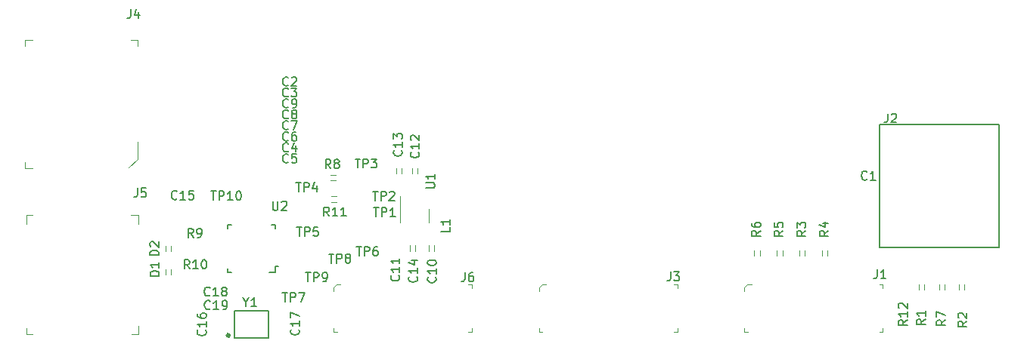
<source format=gbr>
G04 #@! TF.GenerationSoftware,KiCad,Pcbnew,5.0.2+dfsg1-1*
G04 #@! TF.CreationDate,2019-09-16T14:47:23+01:00*
G04 #@! TF.ProjectId,HDMI_SD_expansion,48444d49-5f53-4445-9f65-7870616e7369,rev?*
G04 #@! TF.SameCoordinates,Original*
G04 #@! TF.FileFunction,Legend,Top*
G04 #@! TF.FilePolarity,Positive*
%FSLAX46Y46*%
G04 Gerber Fmt 4.6, Leading zero omitted, Abs format (unit mm)*
G04 Created by KiCad (PCBNEW 5.0.2+dfsg1-1) date Mon 16 Sep 2019 14:47:23 BST*
%MOMM*%
%LPD*%
G01*
G04 APERTURE LIST*
%ADD10C,0.100000*%
%ADD11C,0.120000*%
%ADD12C,0.400000*%
%ADD13C,0.150000*%
G04 APERTURE END LIST*
D10*
G04 #@! TO.C,J5*
X104376500Y-121170000D02*
X103651500Y-121170000D01*
X104376500Y-120220000D02*
X104376500Y-121170000D01*
X104376500Y-107820000D02*
X103576500Y-107820000D01*
X104376500Y-108845000D02*
X104376500Y-107820000D01*
X91896500Y-121170000D02*
X91896500Y-120470000D01*
X92546500Y-121170000D02*
X91896500Y-121170000D01*
X91896500Y-107820000D02*
X92571500Y-107820000D01*
X91896500Y-108795000D02*
X91896500Y-107820000D01*
D11*
G04 #@! TO.C,C14*
X135381991Y-111217709D02*
X135381991Y-111817709D01*
X134781991Y-111217709D02*
X134781991Y-111817709D01*
D10*
G04 #@! TO.C,J4*
X104289241Y-88148709D02*
X104289241Y-88848709D01*
X103539241Y-88148709D02*
X104289241Y-88148709D01*
X104289241Y-101498709D02*
X103339241Y-102448709D01*
X104289241Y-99598709D02*
X104289241Y-101498709D01*
X91689241Y-88148709D02*
X92539241Y-88148709D01*
X91689241Y-88848709D02*
X91689241Y-88148709D01*
X91689241Y-102548709D02*
X91689241Y-101848709D01*
X92539241Y-102548709D02*
X91689241Y-102548709D01*
G04 #@! TO.C,J3*
X149601241Y-115578709D02*
X149241241Y-115938709D01*
X164751241Y-120878709D02*
X164351241Y-120878709D01*
X164751241Y-120878709D02*
X164751241Y-120478709D01*
X164751241Y-115578709D02*
X164751241Y-115978709D01*
X164751241Y-115578709D02*
X164351241Y-115578709D01*
X149601241Y-115578709D02*
X150051241Y-115578709D01*
X149241241Y-115938709D02*
X149241241Y-116368709D01*
X149251241Y-120878709D02*
X149651241Y-120878709D01*
X149251241Y-120878709D02*
X149251241Y-120478709D01*
G04 #@! TO.C,J1*
X172251241Y-120878709D02*
X172251241Y-120478709D01*
X172251241Y-120878709D02*
X172651241Y-120878709D01*
X172241241Y-115938709D02*
X172241241Y-116368709D01*
X172601241Y-115578709D02*
X173051241Y-115578709D01*
X187751241Y-115578709D02*
X187351241Y-115578709D01*
X187751241Y-115578709D02*
X187751241Y-115978709D01*
X187751241Y-120878709D02*
X187751241Y-120478709D01*
X187751241Y-120878709D02*
X187351241Y-120878709D01*
X172601241Y-115578709D02*
X172241241Y-115938709D01*
G04 #@! TO.C,J6*
X126601241Y-115578709D02*
X126241241Y-115938709D01*
X141751241Y-120878709D02*
X141351241Y-120878709D01*
X141751241Y-120878709D02*
X141751241Y-120478709D01*
X141751241Y-115578709D02*
X141751241Y-115978709D01*
X141751241Y-115578709D02*
X141351241Y-115578709D01*
X126601241Y-115578709D02*
X127051241Y-115578709D01*
X126241241Y-115938709D02*
X126241241Y-116368709D01*
X126251241Y-120878709D02*
X126651241Y-120878709D01*
X126251241Y-120878709D02*
X126251241Y-120478709D01*
D11*
G04 #@! TO.C,D2*
X107438241Y-111281209D02*
X107438241Y-111881209D01*
X108038241Y-111281209D02*
X108038241Y-111881209D01*
G04 #@! TO.C,D1*
X107428000Y-114461500D02*
X107428000Y-113861500D01*
X108028000Y-114461500D02*
X108028000Y-113861500D01*
G04 #@! TO.C,C10*
X137502241Y-111217709D02*
X137502241Y-111817709D01*
X136902241Y-111217709D02*
X136902241Y-111817709D01*
G04 #@! TO.C,C12*
X135053241Y-103178709D02*
X135053241Y-102578709D01*
X135653241Y-103178709D02*
X135653241Y-102578709D01*
G04 #@! TO.C,C13*
X133233241Y-103178709D02*
X133233241Y-102578709D01*
X133833241Y-103178709D02*
X133833241Y-102578709D01*
G04 #@! TO.C,R8*
X125911241Y-103280209D02*
X126511241Y-103280209D01*
X125911241Y-103880209D02*
X126511241Y-103880209D01*
G04 #@! TO.C,R11*
X126628241Y-106319209D02*
X126028241Y-106319209D01*
X126628241Y-105719209D02*
X126028241Y-105719209D01*
D12*
G04 #@! TO.C,Y1*
X114563741Y-121308709D02*
G75*
G03X114563741Y-121308709I-100000J0D01*
G01*
D13*
X118963741Y-121608709D02*
X115163741Y-121608709D01*
X118963741Y-118508709D02*
X118963741Y-121608709D01*
X115163741Y-118508709D02*
X118963741Y-118508709D01*
X115163741Y-121608709D02*
X115163741Y-118508709D01*
G04 #@! TO.C,U2*
X114391241Y-108918709D02*
X114391241Y-109318709D01*
X114791241Y-108918709D02*
X114391241Y-108918709D01*
X119691241Y-108918709D02*
X119691241Y-109318709D01*
X119291241Y-108918709D02*
X119691241Y-108918709D01*
X114391241Y-114218709D02*
X114391241Y-113818709D01*
X114791241Y-114218709D02*
X114391241Y-114218709D01*
X119691241Y-113568709D02*
X120091241Y-113568709D01*
X119691241Y-114218709D02*
X119691241Y-113568709D01*
X119041241Y-114218709D02*
X119691241Y-114218709D01*
D11*
G04 #@! TO.C,U1*
X133693241Y-105648709D02*
X133693241Y-108648709D01*
X136913241Y-107148709D02*
X136913241Y-108648709D01*
G04 #@! TO.C,R7*
X194624575Y-115582012D02*
X194624575Y-116182012D01*
X194024575Y-115582012D02*
X194024575Y-116182012D01*
G04 #@! TO.C,R6*
X173961031Y-111778709D02*
X173961031Y-112378709D01*
X173361031Y-111778709D02*
X173361031Y-112378709D01*
G04 #@! TO.C,R5*
X176497769Y-111778709D02*
X176497769Y-112378709D01*
X175897769Y-111778709D02*
X175897769Y-112378709D01*
G04 #@! TO.C,R4*
X181571241Y-111778709D02*
X181571241Y-112378709D01*
X180971241Y-111778709D02*
X180971241Y-112378709D01*
G04 #@! TO.C,R3*
X179034505Y-111778709D02*
X179034505Y-112378709D01*
X178434505Y-111778709D02*
X178434505Y-112378709D01*
G04 #@! TO.C,R2*
X196871241Y-115582012D02*
X196871241Y-116182012D01*
X196271241Y-115582012D02*
X196271241Y-116182012D01*
G04 #@! TO.C,R1*
X192377909Y-115582012D02*
X192377909Y-116182012D01*
X191777909Y-115582012D02*
X191777909Y-116182012D01*
D13*
G04 #@! TO.C,J2*
X187371241Y-111403709D02*
X200731241Y-111403709D01*
X187371241Y-97663709D02*
X187371241Y-111403709D01*
X200731241Y-97663709D02*
X187371241Y-97663709D01*
X200731241Y-111403709D02*
X200731241Y-97663709D01*
G04 #@! TO.C,J5*
X104283166Y-104787380D02*
X104283166Y-105501666D01*
X104235547Y-105644523D01*
X104140309Y-105739761D01*
X103997452Y-105787380D01*
X103902214Y-105787380D01*
X105235547Y-104787380D02*
X104759357Y-104787380D01*
X104711738Y-105263571D01*
X104759357Y-105215952D01*
X104854595Y-105168333D01*
X105092690Y-105168333D01*
X105187928Y-105215952D01*
X105235547Y-105263571D01*
X105283166Y-105358809D01*
X105283166Y-105596904D01*
X105235547Y-105692142D01*
X105187928Y-105739761D01*
X105092690Y-105787380D01*
X104854595Y-105787380D01*
X104759357Y-105739761D01*
X104711738Y-105692142D01*
G04 #@! TO.C,C14*
X135559642Y-114709857D02*
X135607261Y-114757476D01*
X135654880Y-114900333D01*
X135654880Y-114995571D01*
X135607261Y-115138428D01*
X135512023Y-115233666D01*
X135416785Y-115281285D01*
X135226309Y-115328904D01*
X135083452Y-115328904D01*
X134892976Y-115281285D01*
X134797738Y-115233666D01*
X134702500Y-115138428D01*
X134654880Y-114995571D01*
X134654880Y-114900333D01*
X134702500Y-114757476D01*
X134750119Y-114709857D01*
X135654880Y-113757476D02*
X135654880Y-114328904D01*
X135654880Y-114043190D02*
X134654880Y-114043190D01*
X134797738Y-114138428D01*
X134892976Y-114233666D01*
X134940595Y-114328904D01*
X134988214Y-112900333D02*
X135654880Y-112900333D01*
X134607261Y-113138428D02*
X135321547Y-113376523D01*
X135321547Y-112757476D01*
G04 #@! TO.C,J4*
X103521166Y-84721380D02*
X103521166Y-85435666D01*
X103473547Y-85578523D01*
X103378309Y-85673761D01*
X103235452Y-85721380D01*
X103140214Y-85721380D01*
X104425928Y-85054714D02*
X104425928Y-85721380D01*
X104187833Y-84673761D02*
X103949738Y-85388047D01*
X104568785Y-85388047D01*
G04 #@! TO.C,J3*
X163973166Y-114185380D02*
X163973166Y-114899666D01*
X163925547Y-115042523D01*
X163830309Y-115137761D01*
X163687452Y-115185380D01*
X163592214Y-115185380D01*
X164354119Y-114185380D02*
X164973166Y-114185380D01*
X164639833Y-114566333D01*
X164782690Y-114566333D01*
X164877928Y-114613952D01*
X164925547Y-114661571D01*
X164973166Y-114756809D01*
X164973166Y-114994904D01*
X164925547Y-115090142D01*
X164877928Y-115137761D01*
X164782690Y-115185380D01*
X164496976Y-115185380D01*
X164401738Y-115137761D01*
X164354119Y-115090142D01*
G04 #@! TO.C,J1*
X187087166Y-113931380D02*
X187087166Y-114645666D01*
X187039547Y-114788523D01*
X186944309Y-114883761D01*
X186801452Y-114931380D01*
X186706214Y-114931380D01*
X188087166Y-114931380D02*
X187515738Y-114931380D01*
X187801452Y-114931380D02*
X187801452Y-113931380D01*
X187706214Y-114074238D01*
X187610976Y-114169476D01*
X187515738Y-114217095D01*
G04 #@! TO.C,J6*
X140949166Y-114259380D02*
X140949166Y-114973666D01*
X140901547Y-115116523D01*
X140806309Y-115211761D01*
X140663452Y-115259380D01*
X140568214Y-115259380D01*
X141853928Y-114259380D02*
X141663452Y-114259380D01*
X141568214Y-114307000D01*
X141520595Y-114354619D01*
X141425357Y-114497476D01*
X141377738Y-114687952D01*
X141377738Y-115068904D01*
X141425357Y-115164142D01*
X141472976Y-115211761D01*
X141568214Y-115259380D01*
X141758690Y-115259380D01*
X141853928Y-115211761D01*
X141901547Y-115164142D01*
X141949166Y-115068904D01*
X141949166Y-114830809D01*
X141901547Y-114735571D01*
X141853928Y-114687952D01*
X141758690Y-114640333D01*
X141568214Y-114640333D01*
X141472976Y-114687952D01*
X141425357Y-114735571D01*
X141377738Y-114830809D01*
G04 #@! TO.C,D2*
X106694880Y-112305095D02*
X105694880Y-112305095D01*
X105694880Y-112067000D01*
X105742500Y-111924142D01*
X105837738Y-111828904D01*
X105932976Y-111781285D01*
X106123452Y-111733666D01*
X106266309Y-111733666D01*
X106456785Y-111781285D01*
X106552023Y-111828904D01*
X106647261Y-111924142D01*
X106694880Y-112067000D01*
X106694880Y-112305095D01*
X105790119Y-111352714D02*
X105742500Y-111305095D01*
X105694880Y-111209857D01*
X105694880Y-110971761D01*
X105742500Y-110876523D01*
X105790119Y-110828904D01*
X105885357Y-110781285D01*
X105980595Y-110781285D01*
X106123452Y-110828904D01*
X106694880Y-111400333D01*
X106694880Y-110781285D01*
G04 #@! TO.C,D1*
X106730380Y-114649595D02*
X105730380Y-114649595D01*
X105730380Y-114411500D01*
X105778000Y-114268642D01*
X105873238Y-114173404D01*
X105968476Y-114125785D01*
X106158952Y-114078166D01*
X106301809Y-114078166D01*
X106492285Y-114125785D01*
X106587523Y-114173404D01*
X106682761Y-114268642D01*
X106730380Y-114411500D01*
X106730380Y-114649595D01*
X106730380Y-113125785D02*
X106730380Y-113697214D01*
X106730380Y-113411500D02*
X105730380Y-113411500D01*
X105873238Y-113506738D01*
X105968476Y-113601976D01*
X106016095Y-113697214D01*
G04 #@! TO.C,L1*
X139254880Y-109143666D02*
X139254880Y-109619857D01*
X138254880Y-109619857D01*
X139254880Y-108286523D02*
X139254880Y-108857952D01*
X139254880Y-108572238D02*
X138254880Y-108572238D01*
X138397738Y-108667476D01*
X138492976Y-108762714D01*
X138540595Y-108857952D01*
G04 #@! TO.C,TP6*
X128800595Y-111369380D02*
X129372023Y-111369380D01*
X129086309Y-112369380D02*
X129086309Y-111369380D01*
X129705357Y-112369380D02*
X129705357Y-111369380D01*
X130086309Y-111369380D01*
X130181547Y-111417000D01*
X130229166Y-111464619D01*
X130276785Y-111559857D01*
X130276785Y-111702714D01*
X130229166Y-111797952D01*
X130181547Y-111845571D01*
X130086309Y-111893190D01*
X129705357Y-111893190D01*
X131133928Y-111369380D02*
X130943452Y-111369380D01*
X130848214Y-111417000D01*
X130800595Y-111464619D01*
X130705357Y-111607476D01*
X130657738Y-111797952D01*
X130657738Y-112178904D01*
X130705357Y-112274142D01*
X130752976Y-112321761D01*
X130848214Y-112369380D01*
X131038690Y-112369380D01*
X131133928Y-112321761D01*
X131181547Y-112274142D01*
X131229166Y-112178904D01*
X131229166Y-111940809D01*
X131181547Y-111845571D01*
X131133928Y-111797952D01*
X131038690Y-111750333D01*
X130848214Y-111750333D01*
X130752976Y-111797952D01*
X130705357Y-111845571D01*
X130657738Y-111940809D01*
G04 #@! TO.C,TP10*
X112534404Y-105119380D02*
X113105833Y-105119380D01*
X112820119Y-106119380D02*
X112820119Y-105119380D01*
X113439166Y-106119380D02*
X113439166Y-105119380D01*
X113820119Y-105119380D01*
X113915357Y-105167000D01*
X113962976Y-105214619D01*
X114010595Y-105309857D01*
X114010595Y-105452714D01*
X113962976Y-105547952D01*
X113915357Y-105595571D01*
X113820119Y-105643190D01*
X113439166Y-105643190D01*
X114962976Y-106119380D02*
X114391547Y-106119380D01*
X114677261Y-106119380D02*
X114677261Y-105119380D01*
X114582023Y-105262238D01*
X114486785Y-105357476D01*
X114391547Y-105405095D01*
X115582023Y-105119380D02*
X115677261Y-105119380D01*
X115772500Y-105167000D01*
X115820119Y-105214619D01*
X115867738Y-105309857D01*
X115915357Y-105500333D01*
X115915357Y-105738428D01*
X115867738Y-105928904D01*
X115820119Y-106024142D01*
X115772500Y-106071761D01*
X115677261Y-106119380D01*
X115582023Y-106119380D01*
X115486785Y-106071761D01*
X115439166Y-106024142D01*
X115391547Y-105928904D01*
X115343928Y-105738428D01*
X115343928Y-105500333D01*
X115391547Y-105309857D01*
X115439166Y-105214619D01*
X115486785Y-105167000D01*
X115582023Y-105119380D01*
G04 #@! TO.C,TP9*
X123120595Y-114259380D02*
X123692023Y-114259380D01*
X123406309Y-115259380D02*
X123406309Y-114259380D01*
X124025357Y-115259380D02*
X124025357Y-114259380D01*
X124406309Y-114259380D01*
X124501547Y-114307000D01*
X124549166Y-114354619D01*
X124596785Y-114449857D01*
X124596785Y-114592714D01*
X124549166Y-114687952D01*
X124501547Y-114735571D01*
X124406309Y-114783190D01*
X124025357Y-114783190D01*
X125072976Y-115259380D02*
X125263452Y-115259380D01*
X125358690Y-115211761D01*
X125406309Y-115164142D01*
X125501547Y-115021285D01*
X125549166Y-114830809D01*
X125549166Y-114449857D01*
X125501547Y-114354619D01*
X125453928Y-114307000D01*
X125358690Y-114259380D01*
X125168214Y-114259380D01*
X125072976Y-114307000D01*
X125025357Y-114354619D01*
X124977738Y-114449857D01*
X124977738Y-114687952D01*
X125025357Y-114783190D01*
X125072976Y-114830809D01*
X125168214Y-114878428D01*
X125358690Y-114878428D01*
X125453928Y-114830809D01*
X125501547Y-114783190D01*
X125549166Y-114687952D01*
G04 #@! TO.C,TP8*
X125710595Y-112179380D02*
X126282023Y-112179380D01*
X125996309Y-113179380D02*
X125996309Y-112179380D01*
X126615357Y-113179380D02*
X126615357Y-112179380D01*
X126996309Y-112179380D01*
X127091547Y-112227000D01*
X127139166Y-112274619D01*
X127186785Y-112369857D01*
X127186785Y-112512714D01*
X127139166Y-112607952D01*
X127091547Y-112655571D01*
X126996309Y-112703190D01*
X126615357Y-112703190D01*
X127758214Y-112607952D02*
X127662976Y-112560333D01*
X127615357Y-112512714D01*
X127567738Y-112417476D01*
X127567738Y-112369857D01*
X127615357Y-112274619D01*
X127662976Y-112227000D01*
X127758214Y-112179380D01*
X127948690Y-112179380D01*
X128043928Y-112227000D01*
X128091547Y-112274619D01*
X128139166Y-112369857D01*
X128139166Y-112417476D01*
X128091547Y-112512714D01*
X128043928Y-112560333D01*
X127948690Y-112607952D01*
X127758214Y-112607952D01*
X127662976Y-112655571D01*
X127615357Y-112703190D01*
X127567738Y-112798428D01*
X127567738Y-112988904D01*
X127615357Y-113084142D01*
X127662976Y-113131761D01*
X127758214Y-113179380D01*
X127948690Y-113179380D01*
X128043928Y-113131761D01*
X128091547Y-113084142D01*
X128139166Y-112988904D01*
X128139166Y-112798428D01*
X128091547Y-112703190D01*
X128043928Y-112655571D01*
X127948690Y-112607952D01*
G04 #@! TO.C,TP7*
X120520595Y-116509380D02*
X121092023Y-116509380D01*
X120806309Y-117509380D02*
X120806309Y-116509380D01*
X121425357Y-117509380D02*
X121425357Y-116509380D01*
X121806309Y-116509380D01*
X121901547Y-116557000D01*
X121949166Y-116604619D01*
X121996785Y-116699857D01*
X121996785Y-116842714D01*
X121949166Y-116937952D01*
X121901547Y-116985571D01*
X121806309Y-117033190D01*
X121425357Y-117033190D01*
X122330119Y-116509380D02*
X122996785Y-116509380D01*
X122568214Y-117509380D01*
G04 #@! TO.C,TP5*
X122130595Y-109169380D02*
X122702023Y-109169380D01*
X122416309Y-110169380D02*
X122416309Y-109169380D01*
X123035357Y-110169380D02*
X123035357Y-109169380D01*
X123416309Y-109169380D01*
X123511547Y-109217000D01*
X123559166Y-109264619D01*
X123606785Y-109359857D01*
X123606785Y-109502714D01*
X123559166Y-109597952D01*
X123511547Y-109645571D01*
X123416309Y-109693190D01*
X123035357Y-109693190D01*
X124511547Y-109169380D02*
X124035357Y-109169380D01*
X123987738Y-109645571D01*
X124035357Y-109597952D01*
X124130595Y-109550333D01*
X124368690Y-109550333D01*
X124463928Y-109597952D01*
X124511547Y-109645571D01*
X124559166Y-109740809D01*
X124559166Y-109978904D01*
X124511547Y-110074142D01*
X124463928Y-110121761D01*
X124368690Y-110169380D01*
X124130595Y-110169380D01*
X124035357Y-110121761D01*
X123987738Y-110074142D01*
G04 #@! TO.C,TP4*
X122030595Y-104159380D02*
X122602023Y-104159380D01*
X122316309Y-105159380D02*
X122316309Y-104159380D01*
X122935357Y-105159380D02*
X122935357Y-104159380D01*
X123316309Y-104159380D01*
X123411547Y-104207000D01*
X123459166Y-104254619D01*
X123506785Y-104349857D01*
X123506785Y-104492714D01*
X123459166Y-104587952D01*
X123411547Y-104635571D01*
X123316309Y-104683190D01*
X122935357Y-104683190D01*
X124363928Y-104492714D02*
X124363928Y-105159380D01*
X124125833Y-104111761D02*
X123887738Y-104826047D01*
X124506785Y-104826047D01*
G04 #@! TO.C,C15*
X108718383Y-105965851D02*
X108670764Y-106013470D01*
X108527907Y-106061089D01*
X108432669Y-106061089D01*
X108289812Y-106013470D01*
X108194574Y-105918232D01*
X108146955Y-105822994D01*
X108099336Y-105632518D01*
X108099336Y-105489661D01*
X108146955Y-105299185D01*
X108194574Y-105203947D01*
X108289812Y-105108709D01*
X108432669Y-105061089D01*
X108527907Y-105061089D01*
X108670764Y-105108709D01*
X108718383Y-105156328D01*
X109670764Y-106061089D02*
X109099336Y-106061089D01*
X109385050Y-106061089D02*
X109385050Y-105061089D01*
X109289812Y-105203947D01*
X109194574Y-105299185D01*
X109099336Y-105346804D01*
X110575526Y-105061089D02*
X110099336Y-105061089D01*
X110051717Y-105537280D01*
X110099336Y-105489661D01*
X110194574Y-105442042D01*
X110432669Y-105442042D01*
X110527907Y-105489661D01*
X110575526Y-105537280D01*
X110623145Y-105632518D01*
X110623145Y-105870613D01*
X110575526Y-105965851D01*
X110527907Y-106013470D01*
X110432669Y-106061089D01*
X110194574Y-106061089D01*
X110099336Y-106013470D01*
X110051717Y-105965851D01*
G04 #@! TO.C,C16*
X111898383Y-120701566D02*
X111946002Y-120749185D01*
X111993621Y-120892042D01*
X111993621Y-120987280D01*
X111946002Y-121130137D01*
X111850764Y-121225375D01*
X111755526Y-121272994D01*
X111565050Y-121320613D01*
X111422193Y-121320613D01*
X111231717Y-121272994D01*
X111136479Y-121225375D01*
X111041241Y-121130137D01*
X110993621Y-120987280D01*
X110993621Y-120892042D01*
X111041241Y-120749185D01*
X111088860Y-120701566D01*
X111993621Y-119749185D02*
X111993621Y-120320613D01*
X111993621Y-120034899D02*
X110993621Y-120034899D01*
X111136479Y-120130137D01*
X111231717Y-120225375D01*
X111279336Y-120320613D01*
X110993621Y-118892042D02*
X110993621Y-119082518D01*
X111041241Y-119177756D01*
X111088860Y-119225375D01*
X111231717Y-119320613D01*
X111422193Y-119368232D01*
X111803145Y-119368232D01*
X111898383Y-119320613D01*
X111946002Y-119272994D01*
X111993621Y-119177756D01*
X111993621Y-118987280D01*
X111946002Y-118892042D01*
X111898383Y-118844423D01*
X111803145Y-118796804D01*
X111565050Y-118796804D01*
X111469812Y-118844423D01*
X111422193Y-118892042D01*
X111374574Y-118987280D01*
X111374574Y-119177756D01*
X111422193Y-119272994D01*
X111469812Y-119320613D01*
X111565050Y-119368232D01*
G04 #@! TO.C,C17*
X122328383Y-120631566D02*
X122376002Y-120679185D01*
X122423621Y-120822042D01*
X122423621Y-120917280D01*
X122376002Y-121060137D01*
X122280764Y-121155375D01*
X122185526Y-121202994D01*
X121995050Y-121250613D01*
X121852193Y-121250613D01*
X121661717Y-121202994D01*
X121566479Y-121155375D01*
X121471241Y-121060137D01*
X121423621Y-120917280D01*
X121423621Y-120822042D01*
X121471241Y-120679185D01*
X121518860Y-120631566D01*
X122423621Y-119679185D02*
X122423621Y-120250613D01*
X122423621Y-119964899D02*
X121423621Y-119964899D01*
X121566479Y-120060137D01*
X121661717Y-120155375D01*
X121709336Y-120250613D01*
X121423621Y-119345851D02*
X121423621Y-118679185D01*
X122423621Y-119107756D01*
G04 #@! TO.C,C18*
X112409642Y-116794142D02*
X112362023Y-116841761D01*
X112219166Y-116889380D01*
X112123928Y-116889380D01*
X111981071Y-116841761D01*
X111885833Y-116746523D01*
X111838214Y-116651285D01*
X111790595Y-116460809D01*
X111790595Y-116317952D01*
X111838214Y-116127476D01*
X111885833Y-116032238D01*
X111981071Y-115937000D01*
X112123928Y-115889380D01*
X112219166Y-115889380D01*
X112362023Y-115937000D01*
X112409642Y-115984619D01*
X113362023Y-116889380D02*
X112790595Y-116889380D01*
X113076309Y-116889380D02*
X113076309Y-115889380D01*
X112981071Y-116032238D01*
X112885833Y-116127476D01*
X112790595Y-116175095D01*
X113933452Y-116317952D02*
X113838214Y-116270333D01*
X113790595Y-116222714D01*
X113742976Y-116127476D01*
X113742976Y-116079857D01*
X113790595Y-115984619D01*
X113838214Y-115937000D01*
X113933452Y-115889380D01*
X114123928Y-115889380D01*
X114219166Y-115937000D01*
X114266785Y-115984619D01*
X114314404Y-116079857D01*
X114314404Y-116127476D01*
X114266785Y-116222714D01*
X114219166Y-116270333D01*
X114123928Y-116317952D01*
X113933452Y-116317952D01*
X113838214Y-116365571D01*
X113790595Y-116413190D01*
X113742976Y-116508428D01*
X113742976Y-116698904D01*
X113790595Y-116794142D01*
X113838214Y-116841761D01*
X113933452Y-116889380D01*
X114123928Y-116889380D01*
X114219166Y-116841761D01*
X114266785Y-116794142D01*
X114314404Y-116698904D01*
X114314404Y-116508428D01*
X114266785Y-116413190D01*
X114219166Y-116365571D01*
X114123928Y-116317952D01*
G04 #@! TO.C,C19*
X112429642Y-118304142D02*
X112382023Y-118351761D01*
X112239166Y-118399380D01*
X112143928Y-118399380D01*
X112001071Y-118351761D01*
X111905833Y-118256523D01*
X111858214Y-118161285D01*
X111810595Y-117970809D01*
X111810595Y-117827952D01*
X111858214Y-117637476D01*
X111905833Y-117542238D01*
X112001071Y-117447000D01*
X112143928Y-117399380D01*
X112239166Y-117399380D01*
X112382023Y-117447000D01*
X112429642Y-117494619D01*
X113382023Y-118399380D02*
X112810595Y-118399380D01*
X113096309Y-118399380D02*
X113096309Y-117399380D01*
X113001071Y-117542238D01*
X112905833Y-117637476D01*
X112810595Y-117685095D01*
X113858214Y-118399380D02*
X114048690Y-118399380D01*
X114143928Y-118351761D01*
X114191547Y-118304142D01*
X114286785Y-118161285D01*
X114334404Y-117970809D01*
X114334404Y-117589857D01*
X114286785Y-117494619D01*
X114239166Y-117447000D01*
X114143928Y-117399380D01*
X113953452Y-117399380D01*
X113858214Y-117447000D01*
X113810595Y-117494619D01*
X113762976Y-117589857D01*
X113762976Y-117827952D01*
X113810595Y-117923190D01*
X113858214Y-117970809D01*
X113953452Y-118018428D01*
X114143928Y-118018428D01*
X114239166Y-117970809D01*
X114286785Y-117923190D01*
X114334404Y-117827952D01*
G04 #@! TO.C,C11*
X133549642Y-114569857D02*
X133597261Y-114617476D01*
X133644880Y-114760333D01*
X133644880Y-114855571D01*
X133597261Y-114998428D01*
X133502023Y-115093666D01*
X133406785Y-115141285D01*
X133216309Y-115188904D01*
X133073452Y-115188904D01*
X132882976Y-115141285D01*
X132787738Y-115093666D01*
X132692500Y-114998428D01*
X132644880Y-114855571D01*
X132644880Y-114760333D01*
X132692500Y-114617476D01*
X132740119Y-114569857D01*
X133644880Y-113617476D02*
X133644880Y-114188904D01*
X133644880Y-113903190D02*
X132644880Y-113903190D01*
X132787738Y-113998428D01*
X132882976Y-114093666D01*
X132930595Y-114188904D01*
X133644880Y-112665095D02*
X133644880Y-113236523D01*
X133644880Y-112950809D02*
X132644880Y-112950809D01*
X132787738Y-113046047D01*
X132882976Y-113141285D01*
X132930595Y-113236523D01*
G04 #@! TO.C,R10*
X110129642Y-113829380D02*
X109796309Y-113353190D01*
X109558214Y-113829380D02*
X109558214Y-112829380D01*
X109939166Y-112829380D01*
X110034404Y-112877000D01*
X110082023Y-112924619D01*
X110129642Y-113019857D01*
X110129642Y-113162714D01*
X110082023Y-113257952D01*
X110034404Y-113305571D01*
X109939166Y-113353190D01*
X109558214Y-113353190D01*
X111082023Y-113829380D02*
X110510595Y-113829380D01*
X110796309Y-113829380D02*
X110796309Y-112829380D01*
X110701071Y-112972238D01*
X110605833Y-113067476D01*
X110510595Y-113115095D01*
X111701071Y-112829380D02*
X111796309Y-112829380D01*
X111891547Y-112877000D01*
X111939166Y-112924619D01*
X111986785Y-113019857D01*
X112034404Y-113210333D01*
X112034404Y-113448428D01*
X111986785Y-113638904D01*
X111939166Y-113734142D01*
X111891547Y-113781761D01*
X111796309Y-113829380D01*
X111701071Y-113829380D01*
X111605833Y-113781761D01*
X111558214Y-113734142D01*
X111510595Y-113638904D01*
X111462976Y-113448428D01*
X111462976Y-113210333D01*
X111510595Y-113019857D01*
X111558214Y-112924619D01*
X111605833Y-112877000D01*
X111701071Y-112829380D01*
G04 #@! TO.C,R9*
X110545833Y-110332380D02*
X110212500Y-109856190D01*
X109974404Y-110332380D02*
X109974404Y-109332380D01*
X110355357Y-109332380D01*
X110450595Y-109380000D01*
X110498214Y-109427619D01*
X110545833Y-109522857D01*
X110545833Y-109665714D01*
X110498214Y-109760952D01*
X110450595Y-109808571D01*
X110355357Y-109856190D01*
X109974404Y-109856190D01*
X111022023Y-110332380D02*
X111212500Y-110332380D01*
X111307738Y-110284761D01*
X111355357Y-110237142D01*
X111450595Y-110094285D01*
X111498214Y-109903809D01*
X111498214Y-109522857D01*
X111450595Y-109427619D01*
X111402976Y-109380000D01*
X111307738Y-109332380D01*
X111117261Y-109332380D01*
X111022023Y-109380000D01*
X110974404Y-109427619D01*
X110926785Y-109522857D01*
X110926785Y-109760952D01*
X110974404Y-109856190D01*
X111022023Y-109903809D01*
X111117261Y-109951428D01*
X111307738Y-109951428D01*
X111402976Y-109903809D01*
X111450595Y-109856190D01*
X111498214Y-109760952D01*
G04 #@! TO.C,C10*
X137669642Y-114759857D02*
X137717261Y-114807476D01*
X137764880Y-114950333D01*
X137764880Y-115045571D01*
X137717261Y-115188428D01*
X137622023Y-115283666D01*
X137526785Y-115331285D01*
X137336309Y-115378904D01*
X137193452Y-115378904D01*
X137002976Y-115331285D01*
X136907738Y-115283666D01*
X136812500Y-115188428D01*
X136764880Y-115045571D01*
X136764880Y-114950333D01*
X136812500Y-114807476D01*
X136860119Y-114759857D01*
X137764880Y-113807476D02*
X137764880Y-114378904D01*
X137764880Y-114093190D02*
X136764880Y-114093190D01*
X136907738Y-114188428D01*
X137002976Y-114283666D01*
X137050595Y-114378904D01*
X136764880Y-113188428D02*
X136764880Y-113093190D01*
X136812500Y-112997952D01*
X136860119Y-112950333D01*
X136955357Y-112902714D01*
X137145833Y-112855095D01*
X137383928Y-112855095D01*
X137574404Y-112902714D01*
X137669642Y-112950333D01*
X137717261Y-112997952D01*
X137764880Y-113093190D01*
X137764880Y-113188428D01*
X137717261Y-113283666D01*
X137669642Y-113331285D01*
X137574404Y-113378904D01*
X137383928Y-113426523D01*
X137145833Y-113426523D01*
X136955357Y-113378904D01*
X136860119Y-113331285D01*
X136812500Y-113283666D01*
X136764880Y-113188428D01*
G04 #@! TO.C,C12*
X135749642Y-100739857D02*
X135797261Y-100787476D01*
X135844880Y-100930333D01*
X135844880Y-101025571D01*
X135797261Y-101168428D01*
X135702023Y-101263666D01*
X135606785Y-101311285D01*
X135416309Y-101358904D01*
X135273452Y-101358904D01*
X135082976Y-101311285D01*
X134987738Y-101263666D01*
X134892500Y-101168428D01*
X134844880Y-101025571D01*
X134844880Y-100930333D01*
X134892500Y-100787476D01*
X134940119Y-100739857D01*
X135844880Y-99787476D02*
X135844880Y-100358904D01*
X135844880Y-100073190D02*
X134844880Y-100073190D01*
X134987738Y-100168428D01*
X135082976Y-100263666D01*
X135130595Y-100358904D01*
X134940119Y-99406523D02*
X134892500Y-99358904D01*
X134844880Y-99263666D01*
X134844880Y-99025571D01*
X134892500Y-98930333D01*
X134940119Y-98882714D01*
X135035357Y-98835095D01*
X135130595Y-98835095D01*
X135273452Y-98882714D01*
X135844880Y-99454142D01*
X135844880Y-98835095D01*
G04 #@! TO.C,C13*
X133849642Y-100549857D02*
X133897261Y-100597476D01*
X133944880Y-100740333D01*
X133944880Y-100835571D01*
X133897261Y-100978428D01*
X133802023Y-101073666D01*
X133706785Y-101121285D01*
X133516309Y-101168904D01*
X133373452Y-101168904D01*
X133182976Y-101121285D01*
X133087738Y-101073666D01*
X132992500Y-100978428D01*
X132944880Y-100835571D01*
X132944880Y-100740333D01*
X132992500Y-100597476D01*
X133040119Y-100549857D01*
X133944880Y-99597476D02*
X133944880Y-100168904D01*
X133944880Y-99883190D02*
X132944880Y-99883190D01*
X133087738Y-99978428D01*
X133182976Y-100073666D01*
X133230595Y-100168904D01*
X132944880Y-99264142D02*
X132944880Y-98645095D01*
X133325833Y-98978428D01*
X133325833Y-98835571D01*
X133373452Y-98740333D01*
X133421071Y-98692714D01*
X133516309Y-98645095D01*
X133754404Y-98645095D01*
X133849642Y-98692714D01*
X133897261Y-98740333D01*
X133944880Y-98835571D01*
X133944880Y-99121285D01*
X133897261Y-99216523D01*
X133849642Y-99264142D01*
G04 #@! TO.C,R8*
X125935833Y-102559380D02*
X125602500Y-102083190D01*
X125364404Y-102559380D02*
X125364404Y-101559380D01*
X125745357Y-101559380D01*
X125840595Y-101607000D01*
X125888214Y-101654619D01*
X125935833Y-101749857D01*
X125935833Y-101892714D01*
X125888214Y-101987952D01*
X125840595Y-102035571D01*
X125745357Y-102083190D01*
X125364404Y-102083190D01*
X126507261Y-101987952D02*
X126412023Y-101940333D01*
X126364404Y-101892714D01*
X126316785Y-101797476D01*
X126316785Y-101749857D01*
X126364404Y-101654619D01*
X126412023Y-101607000D01*
X126507261Y-101559380D01*
X126697738Y-101559380D01*
X126792976Y-101607000D01*
X126840595Y-101654619D01*
X126888214Y-101749857D01*
X126888214Y-101797476D01*
X126840595Y-101892714D01*
X126792976Y-101940333D01*
X126697738Y-101987952D01*
X126507261Y-101987952D01*
X126412023Y-102035571D01*
X126364404Y-102083190D01*
X126316785Y-102178428D01*
X126316785Y-102368904D01*
X126364404Y-102464142D01*
X126412023Y-102511761D01*
X126507261Y-102559380D01*
X126697738Y-102559380D01*
X126792976Y-102511761D01*
X126840595Y-102464142D01*
X126888214Y-102368904D01*
X126888214Y-102178428D01*
X126840595Y-102083190D01*
X126792976Y-102035571D01*
X126697738Y-101987952D01*
G04 #@! TO.C,R11*
X125759642Y-107919380D02*
X125426309Y-107443190D01*
X125188214Y-107919380D02*
X125188214Y-106919380D01*
X125569166Y-106919380D01*
X125664404Y-106967000D01*
X125712023Y-107014619D01*
X125759642Y-107109857D01*
X125759642Y-107252714D01*
X125712023Y-107347952D01*
X125664404Y-107395571D01*
X125569166Y-107443190D01*
X125188214Y-107443190D01*
X126712023Y-107919380D02*
X126140595Y-107919380D01*
X126426309Y-107919380D02*
X126426309Y-106919380D01*
X126331071Y-107062238D01*
X126235833Y-107157476D01*
X126140595Y-107205095D01*
X127664404Y-107919380D02*
X127092976Y-107919380D01*
X127378690Y-107919380D02*
X127378690Y-106919380D01*
X127283452Y-107062238D01*
X127188214Y-107157476D01*
X127092976Y-107205095D01*
G04 #@! TO.C,Y1*
X116437550Y-117584899D02*
X116437550Y-118061089D01*
X116104217Y-117061089D02*
X116437550Y-117584899D01*
X116770883Y-117061089D01*
X117628026Y-118061089D02*
X117056598Y-118061089D01*
X117342312Y-118061089D02*
X117342312Y-117061089D01*
X117247074Y-117203947D01*
X117151836Y-117299185D01*
X117056598Y-117346804D01*
G04 #@! TO.C,U2*
X119440595Y-106259380D02*
X119440595Y-107068904D01*
X119488214Y-107164142D01*
X119535833Y-107211761D01*
X119631071Y-107259380D01*
X119821547Y-107259380D01*
X119916785Y-107211761D01*
X119964404Y-107164142D01*
X120012023Y-107068904D01*
X120012023Y-106259380D01*
X120440595Y-106354619D02*
X120488214Y-106307000D01*
X120583452Y-106259380D01*
X120821547Y-106259380D01*
X120916785Y-106307000D01*
X120964404Y-106354619D01*
X121012023Y-106449857D01*
X121012023Y-106545095D01*
X120964404Y-106687952D01*
X120392976Y-107259380D01*
X121012023Y-107259380D01*
G04 #@! TO.C,TP1*
X130720595Y-106969380D02*
X131292023Y-106969380D01*
X131006309Y-107969380D02*
X131006309Y-106969380D01*
X131625357Y-107969380D02*
X131625357Y-106969380D01*
X132006309Y-106969380D01*
X132101547Y-107017000D01*
X132149166Y-107064619D01*
X132196785Y-107159857D01*
X132196785Y-107302714D01*
X132149166Y-107397952D01*
X132101547Y-107445571D01*
X132006309Y-107493190D01*
X131625357Y-107493190D01*
X133149166Y-107969380D02*
X132577738Y-107969380D01*
X132863452Y-107969380D02*
X132863452Y-106969380D01*
X132768214Y-107112238D01*
X132672976Y-107207476D01*
X132577738Y-107255095D01*
G04 #@! TO.C,TP2*
X130660595Y-105149380D02*
X131232023Y-105149380D01*
X130946309Y-106149380D02*
X130946309Y-105149380D01*
X131565357Y-106149380D02*
X131565357Y-105149380D01*
X131946309Y-105149380D01*
X132041547Y-105197000D01*
X132089166Y-105244619D01*
X132136785Y-105339857D01*
X132136785Y-105482714D01*
X132089166Y-105577952D01*
X132041547Y-105625571D01*
X131946309Y-105673190D01*
X131565357Y-105673190D01*
X132517738Y-105244619D02*
X132565357Y-105197000D01*
X132660595Y-105149380D01*
X132898690Y-105149380D01*
X132993928Y-105197000D01*
X133041547Y-105244619D01*
X133089166Y-105339857D01*
X133089166Y-105435095D01*
X133041547Y-105577952D01*
X132470119Y-106149380D01*
X133089166Y-106149380D01*
G04 #@! TO.C,TP3*
X128660595Y-101499380D02*
X129232023Y-101499380D01*
X128946309Y-102499380D02*
X128946309Y-101499380D01*
X129565357Y-102499380D02*
X129565357Y-101499380D01*
X129946309Y-101499380D01*
X130041547Y-101547000D01*
X130089166Y-101594619D01*
X130136785Y-101689857D01*
X130136785Y-101832714D01*
X130089166Y-101927952D01*
X130041547Y-101975571D01*
X129946309Y-102023190D01*
X129565357Y-102023190D01*
X130470119Y-101499380D02*
X131089166Y-101499380D01*
X130755833Y-101880333D01*
X130898690Y-101880333D01*
X130993928Y-101927952D01*
X131041547Y-101975571D01*
X131089166Y-102070809D01*
X131089166Y-102308904D01*
X131041547Y-102404142D01*
X130993928Y-102451761D01*
X130898690Y-102499380D01*
X130612976Y-102499380D01*
X130517738Y-102451761D01*
X130470119Y-102404142D01*
G04 #@! TO.C,U1*
X136574880Y-104758904D02*
X137384404Y-104758904D01*
X137479642Y-104711285D01*
X137527261Y-104663666D01*
X137574880Y-104568428D01*
X137574880Y-104377952D01*
X137527261Y-104282714D01*
X137479642Y-104235095D01*
X137384404Y-104187476D01*
X136574880Y-104187476D01*
X137574880Y-103187476D02*
X137574880Y-103758904D01*
X137574880Y-103473190D02*
X136574880Y-103473190D01*
X136717738Y-103568428D01*
X136812976Y-103663666D01*
X136860595Y-103758904D01*
G04 #@! TO.C,C1*
X185975833Y-103764142D02*
X185928214Y-103811761D01*
X185785357Y-103859380D01*
X185690119Y-103859380D01*
X185547261Y-103811761D01*
X185452023Y-103716523D01*
X185404404Y-103621285D01*
X185356785Y-103430809D01*
X185356785Y-103287952D01*
X185404404Y-103097476D01*
X185452023Y-103002238D01*
X185547261Y-102907000D01*
X185690119Y-102859380D01*
X185785357Y-102859380D01*
X185928214Y-102907000D01*
X185975833Y-102954619D01*
X186928214Y-103859380D02*
X186356785Y-103859380D01*
X186642500Y-103859380D02*
X186642500Y-102859380D01*
X186547261Y-103002238D01*
X186452023Y-103097476D01*
X186356785Y-103145095D01*
G04 #@! TO.C,R12*
X190474880Y-119579857D02*
X189998690Y-119913190D01*
X190474880Y-120151285D02*
X189474880Y-120151285D01*
X189474880Y-119770333D01*
X189522500Y-119675095D01*
X189570119Y-119627476D01*
X189665357Y-119579857D01*
X189808214Y-119579857D01*
X189903452Y-119627476D01*
X189951071Y-119675095D01*
X189998690Y-119770333D01*
X189998690Y-120151285D01*
X190474880Y-118627476D02*
X190474880Y-119198904D01*
X190474880Y-118913190D02*
X189474880Y-118913190D01*
X189617738Y-119008428D01*
X189712976Y-119103666D01*
X189760595Y-119198904D01*
X189570119Y-118246523D02*
X189522500Y-118198904D01*
X189474880Y-118103666D01*
X189474880Y-117865571D01*
X189522500Y-117770333D01*
X189570119Y-117722714D01*
X189665357Y-117675095D01*
X189760595Y-117675095D01*
X189903452Y-117722714D01*
X190474880Y-118294142D01*
X190474880Y-117675095D01*
G04 #@! TO.C,R7*
X194764880Y-119593666D02*
X194288690Y-119927000D01*
X194764880Y-120165095D02*
X193764880Y-120165095D01*
X193764880Y-119784142D01*
X193812500Y-119688904D01*
X193860119Y-119641285D01*
X193955357Y-119593666D01*
X194098214Y-119593666D01*
X194193452Y-119641285D01*
X194241071Y-119688904D01*
X194288690Y-119784142D01*
X194288690Y-120165095D01*
X193764880Y-119260333D02*
X193764880Y-118593666D01*
X194764880Y-119022238D01*
G04 #@! TO.C,R6*
X174043411Y-109555375D02*
X173567221Y-109888709D01*
X174043411Y-110126804D02*
X173043411Y-110126804D01*
X173043411Y-109745851D01*
X173091031Y-109650613D01*
X173138650Y-109602994D01*
X173233888Y-109555375D01*
X173376745Y-109555375D01*
X173471983Y-109602994D01*
X173519602Y-109650613D01*
X173567221Y-109745851D01*
X173567221Y-110126804D01*
X173043411Y-108698232D02*
X173043411Y-108888709D01*
X173091031Y-108983947D01*
X173138650Y-109031566D01*
X173281507Y-109126804D01*
X173471983Y-109174423D01*
X173852935Y-109174423D01*
X173948173Y-109126804D01*
X173995792Y-109079185D01*
X174043411Y-108983947D01*
X174043411Y-108793470D01*
X173995792Y-108698232D01*
X173948173Y-108650613D01*
X173852935Y-108602994D01*
X173614840Y-108602994D01*
X173519602Y-108650613D01*
X173471983Y-108698232D01*
X173424364Y-108793470D01*
X173424364Y-108983947D01*
X173471983Y-109079185D01*
X173519602Y-109126804D01*
X173614840Y-109174423D01*
G04 #@! TO.C,R5*
X176580149Y-109555375D02*
X176103959Y-109888709D01*
X176580149Y-110126804D02*
X175580149Y-110126804D01*
X175580149Y-109745851D01*
X175627769Y-109650613D01*
X175675388Y-109602994D01*
X175770626Y-109555375D01*
X175913483Y-109555375D01*
X176008721Y-109602994D01*
X176056340Y-109650613D01*
X176103959Y-109745851D01*
X176103959Y-110126804D01*
X175580149Y-108650613D02*
X175580149Y-109126804D01*
X176056340Y-109174423D01*
X176008721Y-109126804D01*
X175961102Y-109031566D01*
X175961102Y-108793470D01*
X176008721Y-108698232D01*
X176056340Y-108650613D01*
X176151578Y-108602994D01*
X176389673Y-108602994D01*
X176484911Y-108650613D01*
X176532530Y-108698232D01*
X176580149Y-108793470D01*
X176580149Y-109031566D01*
X176532530Y-109126804D01*
X176484911Y-109174423D01*
G04 #@! TO.C,R4*
X181653621Y-109555375D02*
X181177431Y-109888709D01*
X181653621Y-110126804D02*
X180653621Y-110126804D01*
X180653621Y-109745851D01*
X180701241Y-109650613D01*
X180748860Y-109602994D01*
X180844098Y-109555375D01*
X180986955Y-109555375D01*
X181082193Y-109602994D01*
X181129812Y-109650613D01*
X181177431Y-109745851D01*
X181177431Y-110126804D01*
X180986955Y-108698232D02*
X181653621Y-108698232D01*
X180606002Y-108936328D02*
X181320288Y-109174423D01*
X181320288Y-108555375D01*
G04 #@! TO.C,R3*
X179116885Y-109555375D02*
X178640695Y-109888709D01*
X179116885Y-110126804D02*
X178116885Y-110126804D01*
X178116885Y-109745851D01*
X178164505Y-109650613D01*
X178212124Y-109602994D01*
X178307362Y-109555375D01*
X178450219Y-109555375D01*
X178545457Y-109602994D01*
X178593076Y-109650613D01*
X178640695Y-109745851D01*
X178640695Y-110126804D01*
X178116885Y-109222042D02*
X178116885Y-108602994D01*
X178497838Y-108936328D01*
X178497838Y-108793470D01*
X178545457Y-108698232D01*
X178593076Y-108650613D01*
X178688314Y-108602994D01*
X178926409Y-108602994D01*
X179021647Y-108650613D01*
X179069266Y-108698232D01*
X179116885Y-108793470D01*
X179116885Y-109079185D01*
X179069266Y-109174423D01*
X179021647Y-109222042D01*
G04 #@! TO.C,R2*
X197154880Y-119713666D02*
X196678690Y-120047000D01*
X197154880Y-120285095D02*
X196154880Y-120285095D01*
X196154880Y-119904142D01*
X196202500Y-119808904D01*
X196250119Y-119761285D01*
X196345357Y-119713666D01*
X196488214Y-119713666D01*
X196583452Y-119761285D01*
X196631071Y-119808904D01*
X196678690Y-119904142D01*
X196678690Y-120285095D01*
X196250119Y-119332714D02*
X196202500Y-119285095D01*
X196154880Y-119189857D01*
X196154880Y-118951761D01*
X196202500Y-118856523D01*
X196250119Y-118808904D01*
X196345357Y-118761285D01*
X196440595Y-118761285D01*
X196583452Y-118808904D01*
X197154880Y-119380333D01*
X197154880Y-118761285D01*
G04 #@! TO.C,R1*
X192504880Y-119503666D02*
X192028690Y-119837000D01*
X192504880Y-120075095D02*
X191504880Y-120075095D01*
X191504880Y-119694142D01*
X191552500Y-119598904D01*
X191600119Y-119551285D01*
X191695357Y-119503666D01*
X191838214Y-119503666D01*
X191933452Y-119551285D01*
X191981071Y-119598904D01*
X192028690Y-119694142D01*
X192028690Y-120075095D01*
X192504880Y-118551285D02*
X192504880Y-119122714D01*
X192504880Y-118837000D02*
X191504880Y-118837000D01*
X191647738Y-118932238D01*
X191742976Y-119027476D01*
X191790595Y-119122714D01*
G04 #@! TO.C,J2*
X188279166Y-96409380D02*
X188279166Y-97123666D01*
X188231547Y-97266523D01*
X188136309Y-97361761D01*
X187993452Y-97409380D01*
X187898214Y-97409380D01*
X188707738Y-96504619D02*
X188755357Y-96457000D01*
X188850595Y-96409380D01*
X189088690Y-96409380D01*
X189183928Y-96457000D01*
X189231547Y-96504619D01*
X189279166Y-96599857D01*
X189279166Y-96695095D01*
X189231547Y-96837952D01*
X188660119Y-97409380D01*
X189279166Y-97409380D01*
G04 #@! TO.C,C2*
X121184833Y-93202642D02*
X121137214Y-93250261D01*
X120994357Y-93297880D01*
X120899119Y-93297880D01*
X120756261Y-93250261D01*
X120661023Y-93155023D01*
X120613404Y-93059785D01*
X120565785Y-92869309D01*
X120565785Y-92726452D01*
X120613404Y-92535976D01*
X120661023Y-92440738D01*
X120756261Y-92345500D01*
X120899119Y-92297880D01*
X120994357Y-92297880D01*
X121137214Y-92345500D01*
X121184833Y-92393119D01*
X121565785Y-92393119D02*
X121613404Y-92345500D01*
X121708642Y-92297880D01*
X121946738Y-92297880D01*
X122041976Y-92345500D01*
X122089595Y-92393119D01*
X122137214Y-92488357D01*
X122137214Y-92583595D01*
X122089595Y-92726452D01*
X121518166Y-93297880D01*
X122137214Y-93297880D01*
G04 #@! TO.C,C3*
X121184833Y-94436356D02*
X121137214Y-94483975D01*
X120994357Y-94531594D01*
X120899119Y-94531594D01*
X120756261Y-94483975D01*
X120661023Y-94388737D01*
X120613404Y-94293499D01*
X120565785Y-94103023D01*
X120565785Y-93960166D01*
X120613404Y-93769690D01*
X120661023Y-93674452D01*
X120756261Y-93579214D01*
X120899119Y-93531594D01*
X120994357Y-93531594D01*
X121137214Y-93579214D01*
X121184833Y-93626833D01*
X121518166Y-93531594D02*
X122137214Y-93531594D01*
X121803880Y-93912547D01*
X121946738Y-93912547D01*
X122041976Y-93960166D01*
X122089595Y-94007785D01*
X122137214Y-94103023D01*
X122137214Y-94341118D01*
X122089595Y-94436356D01*
X122041976Y-94483975D01*
X121946738Y-94531594D01*
X121661023Y-94531594D01*
X121565785Y-94483975D01*
X121518166Y-94436356D01*
G04 #@! TO.C,C4*
X121184833Y-100604926D02*
X121137214Y-100652545D01*
X120994357Y-100700164D01*
X120899119Y-100700164D01*
X120756261Y-100652545D01*
X120661023Y-100557307D01*
X120613404Y-100462069D01*
X120565785Y-100271593D01*
X120565785Y-100128736D01*
X120613404Y-99938260D01*
X120661023Y-99843022D01*
X120756261Y-99747784D01*
X120899119Y-99700164D01*
X120994357Y-99700164D01*
X121137214Y-99747784D01*
X121184833Y-99795403D01*
X122041976Y-100033498D02*
X122041976Y-100700164D01*
X121803880Y-99652545D02*
X121565785Y-100366831D01*
X122184833Y-100366831D01*
G04 #@! TO.C,C5*
X121184833Y-101838642D02*
X121137214Y-101886261D01*
X120994357Y-101933880D01*
X120899119Y-101933880D01*
X120756261Y-101886261D01*
X120661023Y-101791023D01*
X120613404Y-101695785D01*
X120565785Y-101505309D01*
X120565785Y-101362452D01*
X120613404Y-101171976D01*
X120661023Y-101076738D01*
X120756261Y-100981500D01*
X120899119Y-100933880D01*
X120994357Y-100933880D01*
X121137214Y-100981500D01*
X121184833Y-101029119D01*
X122089595Y-100933880D02*
X121613404Y-100933880D01*
X121565785Y-101410071D01*
X121613404Y-101362452D01*
X121708642Y-101314833D01*
X121946738Y-101314833D01*
X122041976Y-101362452D01*
X122089595Y-101410071D01*
X122137214Y-101505309D01*
X122137214Y-101743404D01*
X122089595Y-101838642D01*
X122041976Y-101886261D01*
X121946738Y-101933880D01*
X121708642Y-101933880D01*
X121613404Y-101886261D01*
X121565785Y-101838642D01*
G04 #@! TO.C,C6*
X121184833Y-99371212D02*
X121137214Y-99418831D01*
X120994357Y-99466450D01*
X120899119Y-99466450D01*
X120756261Y-99418831D01*
X120661023Y-99323593D01*
X120613404Y-99228355D01*
X120565785Y-99037879D01*
X120565785Y-98895022D01*
X120613404Y-98704546D01*
X120661023Y-98609308D01*
X120756261Y-98514070D01*
X120899119Y-98466450D01*
X120994357Y-98466450D01*
X121137214Y-98514070D01*
X121184833Y-98561689D01*
X122041976Y-98466450D02*
X121851500Y-98466450D01*
X121756261Y-98514070D01*
X121708642Y-98561689D01*
X121613404Y-98704546D01*
X121565785Y-98895022D01*
X121565785Y-99275974D01*
X121613404Y-99371212D01*
X121661023Y-99418831D01*
X121756261Y-99466450D01*
X121946738Y-99466450D01*
X122041976Y-99418831D01*
X122089595Y-99371212D01*
X122137214Y-99275974D01*
X122137214Y-99037879D01*
X122089595Y-98942641D01*
X122041976Y-98895022D01*
X121946738Y-98847403D01*
X121756261Y-98847403D01*
X121661023Y-98895022D01*
X121613404Y-98942641D01*
X121565785Y-99037879D01*
G04 #@! TO.C,C7*
X121184833Y-98137498D02*
X121137214Y-98185117D01*
X120994357Y-98232736D01*
X120899119Y-98232736D01*
X120756261Y-98185117D01*
X120661023Y-98089879D01*
X120613404Y-97994641D01*
X120565785Y-97804165D01*
X120565785Y-97661308D01*
X120613404Y-97470832D01*
X120661023Y-97375594D01*
X120756261Y-97280356D01*
X120899119Y-97232736D01*
X120994357Y-97232736D01*
X121137214Y-97280356D01*
X121184833Y-97327975D01*
X121518166Y-97232736D02*
X122184833Y-97232736D01*
X121756261Y-98232736D01*
G04 #@! TO.C,C8*
X121184833Y-96903784D02*
X121137214Y-96951403D01*
X120994357Y-96999022D01*
X120899119Y-96999022D01*
X120756261Y-96951403D01*
X120661023Y-96856165D01*
X120613404Y-96760927D01*
X120565785Y-96570451D01*
X120565785Y-96427594D01*
X120613404Y-96237118D01*
X120661023Y-96141880D01*
X120756261Y-96046642D01*
X120899119Y-95999022D01*
X120994357Y-95999022D01*
X121137214Y-96046642D01*
X121184833Y-96094261D01*
X121756261Y-96427594D02*
X121661023Y-96379975D01*
X121613404Y-96332356D01*
X121565785Y-96237118D01*
X121565785Y-96189499D01*
X121613404Y-96094261D01*
X121661023Y-96046642D01*
X121756261Y-95999022D01*
X121946738Y-95999022D01*
X122041976Y-96046642D01*
X122089595Y-96094261D01*
X122137214Y-96189499D01*
X122137214Y-96237118D01*
X122089595Y-96332356D01*
X122041976Y-96379975D01*
X121946738Y-96427594D01*
X121756261Y-96427594D01*
X121661023Y-96475213D01*
X121613404Y-96522832D01*
X121565785Y-96618070D01*
X121565785Y-96808546D01*
X121613404Y-96903784D01*
X121661023Y-96951403D01*
X121756261Y-96999022D01*
X121946738Y-96999022D01*
X122041976Y-96951403D01*
X122089595Y-96903784D01*
X122137214Y-96808546D01*
X122137214Y-96618070D01*
X122089595Y-96522832D01*
X122041976Y-96475213D01*
X121946738Y-96427594D01*
G04 #@! TO.C,C9*
X121184833Y-95670070D02*
X121137214Y-95717689D01*
X120994357Y-95765308D01*
X120899119Y-95765308D01*
X120756261Y-95717689D01*
X120661023Y-95622451D01*
X120613404Y-95527213D01*
X120565785Y-95336737D01*
X120565785Y-95193880D01*
X120613404Y-95003404D01*
X120661023Y-94908166D01*
X120756261Y-94812928D01*
X120899119Y-94765308D01*
X120994357Y-94765308D01*
X121137214Y-94812928D01*
X121184833Y-94860547D01*
X121661023Y-95765308D02*
X121851500Y-95765308D01*
X121946738Y-95717689D01*
X121994357Y-95670070D01*
X122089595Y-95527213D01*
X122137214Y-95336737D01*
X122137214Y-94955785D01*
X122089595Y-94860547D01*
X122041976Y-94812928D01*
X121946738Y-94765308D01*
X121756261Y-94765308D01*
X121661023Y-94812928D01*
X121613404Y-94860547D01*
X121565785Y-94955785D01*
X121565785Y-95193880D01*
X121613404Y-95289118D01*
X121661023Y-95336737D01*
X121756261Y-95384356D01*
X121946738Y-95384356D01*
X122041976Y-95336737D01*
X122089595Y-95289118D01*
X122137214Y-95193880D01*
G04 #@! TD*
M02*

</source>
